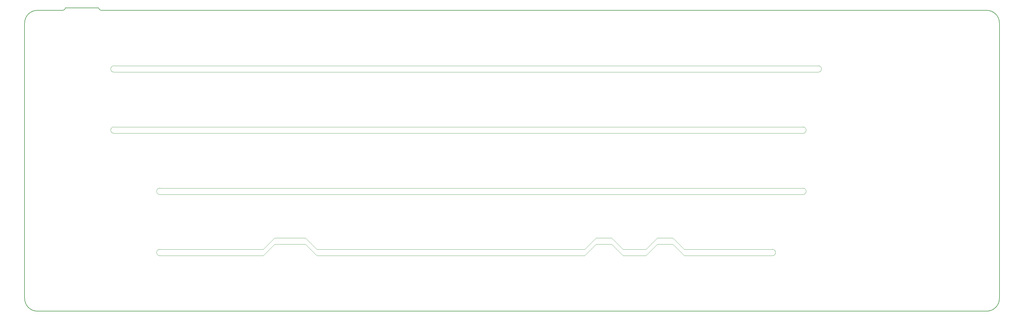
<source format=gbr>
G04 #@! TF.GenerationSoftware,KiCad,Pcbnew,(5.1.10)-1*
G04 #@! TF.CreationDate,2021-06-22T17:57:11+07:00*
G04 #@! TF.ProjectId,averange65,61766572-616e-4676-9536-352e6b696361,rev?*
G04 #@! TF.SameCoordinates,Original*
G04 #@! TF.FileFunction,Profile,NP*
%FSLAX46Y46*%
G04 Gerber Fmt 4.6, Leading zero omitted, Abs format (unit mm)*
G04 Created by KiCad (PCBNEW (5.1.10)-1) date 2021-06-22 17:57:11*
%MOMM*%
%LPD*%
G01*
G04 APERTURE LIST*
G04 #@! TA.AperFunction,Profile*
%ADD10C,0.100000*%
G04 #@! TD*
G04 #@! TA.AperFunction,Profile*
%ADD11C,0.150000*%
G04 #@! TD*
G04 APERTURE END LIST*
D10*
X261938660Y-122825520D02*
G75*
G02*
X261938660Y-124825520I0J-1000000D01*
G01*
X71437800Y-124825520D02*
G75*
G02*
X71437800Y-122825520I0J1000000D01*
G01*
X230982220Y-121253630D02*
X234554110Y-124825520D01*
X211932140Y-121253630D02*
X215504030Y-124825520D01*
X116681740Y-121253630D02*
X120253630Y-124825520D01*
X222647810Y-124825520D02*
X226219700Y-121253630D01*
X215504030Y-124825520D02*
X222647810Y-124825520D01*
X71437800Y-124825520D02*
X103584810Y-124825520D01*
X234554110Y-124825520D02*
X261938660Y-124825520D01*
X120253630Y-124825520D02*
X203597730Y-124825520D01*
X203597730Y-124825520D02*
X207169620Y-121253630D01*
X107156700Y-121253630D02*
X116681740Y-121253630D01*
X226219700Y-121253630D02*
X230982220Y-121253630D01*
X207169620Y-121253630D02*
X211932140Y-121253630D01*
X103584810Y-124825520D02*
X107156700Y-121253630D01*
X230982220Y-119253630D02*
X234554110Y-122825520D01*
X211932140Y-119253630D02*
X215504030Y-122825520D01*
X116681740Y-119253630D02*
X120253630Y-122825520D01*
X222647810Y-122825520D02*
X226219700Y-119253630D01*
X215504030Y-122825520D02*
X222647810Y-122825520D01*
X71437800Y-122825520D02*
X103584810Y-122825520D01*
X234554110Y-122825520D02*
X261938660Y-122825520D01*
X120253630Y-122825520D02*
X203597730Y-122825520D01*
X203597730Y-122825520D02*
X207169620Y-119253630D01*
X107156700Y-119253630D02*
X116681740Y-119253630D01*
X226219700Y-119253630D02*
X230982220Y-119253630D01*
X207169620Y-119253630D02*
X211932140Y-119253630D01*
X103584810Y-122825520D02*
X107156700Y-119253630D01*
X71437800Y-105775000D02*
G75*
G02*
X71437800Y-103775000I0J1000000D01*
G01*
X271463584Y-105775000D02*
X71437800Y-105775000D01*
X271463584Y-103775000D02*
X71437800Y-103775000D01*
X271463584Y-103775000D02*
G75*
G02*
X271463584Y-105775000I0J-1000000D01*
G01*
X271463640Y-86725000D02*
X57150000Y-86725000D01*
X271463640Y-84725000D02*
G75*
G02*
X271463640Y-86725000I0J-1000000D01*
G01*
X57150000Y-86725000D02*
G75*
G02*
X57150000Y-84725000I0J1000000D01*
G01*
X271463640Y-84725000D02*
X57150000Y-84725000D01*
X276225184Y-65675000D02*
X57150000Y-65675000D01*
X57150000Y-67675000D02*
G75*
G02*
X57150000Y-65675000I0J1000000D01*
G01*
X276225184Y-65675000D02*
G75*
G02*
X276225184Y-67675000I0J-1000000D01*
G01*
X276225184Y-67675000D02*
X57150000Y-67675000D01*
D11*
X42068750Y-47625000D02*
X52387500Y-47625000D01*
X41275000Y-48418750D02*
G75*
G03*
X42068750Y-47625000I0J793750D01*
G01*
X52387500Y-47625000D02*
G75*
G03*
X53181250Y-48418750I793750J0D01*
G01*
X41275000Y-48418750D02*
X33337500Y-48418750D01*
X328612500Y-48418750D02*
X53181250Y-48418750D01*
X328612500Y-142081250D02*
X33337500Y-142081250D01*
X332581250Y-52387500D02*
X332581250Y-138112500D01*
X29368750Y-138112500D02*
X29368750Y-52387500D01*
X29368750Y-138112500D02*
G75*
G03*
X33337500Y-142081250I3968750J0D01*
G01*
X328612500Y-142081250D02*
G75*
G03*
X332581250Y-138112500I0J3968750D01*
G01*
X332581250Y-52387500D02*
G75*
G03*
X328612500Y-48418750I-3968750J0D01*
G01*
X33337500Y-48418750D02*
G75*
G03*
X29368750Y-52387500I0J-3968750D01*
G01*
M02*

</source>
